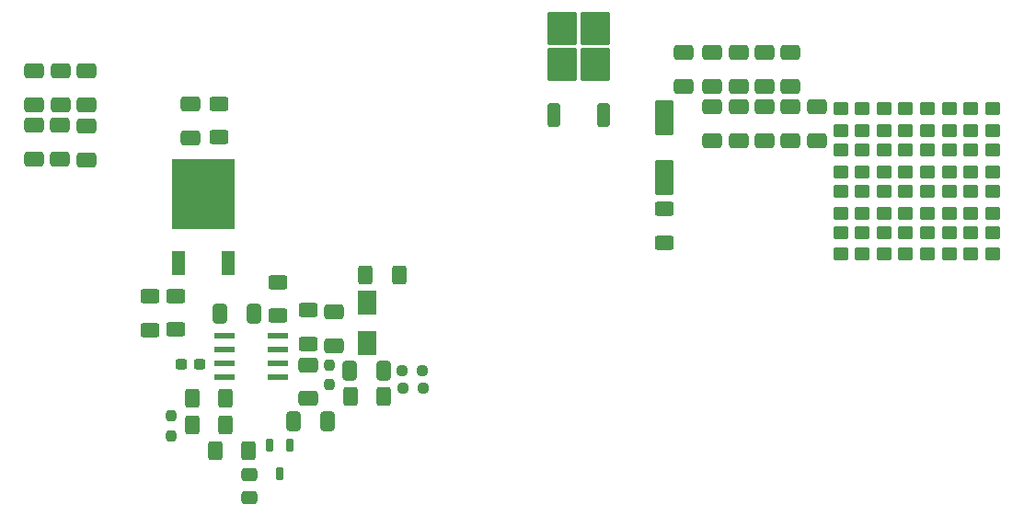
<source format=gtp>
%TF.GenerationSoftware,KiCad,Pcbnew,9.0.5*%
%TF.CreationDate,2025-10-18T17:09:32-07:00*%
%TF.ProjectId,Flyback_CCM_Converter,466c7962-6163-46b5-9f43-434d5f436f6e,rev?*%
%TF.SameCoordinates,Original*%
%TF.FileFunction,Paste,Top*%
%TF.FilePolarity,Positive*%
%FSLAX46Y46*%
G04 Gerber Fmt 4.6, Leading zero omitted, Abs format (unit mm)*
G04 Created by KiCad (PCBNEW 9.0.5) date 2025-10-18 17:09:32*
%MOMM*%
%LPD*%
G01*
G04 APERTURE LIST*
G04 Aperture macros list*
%AMRoundRect*
0 Rectangle with rounded corners*
0 $1 Rounding radius*
0 $2 $3 $4 $5 $6 $7 $8 $9 X,Y pos of 4 corners*
0 Add a 4 corners polygon primitive as box body*
4,1,4,$2,$3,$4,$5,$6,$7,$8,$9,$2,$3,0*
0 Add four circle primitives for the rounded corners*
1,1,$1+$1,$2,$3*
1,1,$1+$1,$4,$5*
1,1,$1+$1,$6,$7*
1,1,$1+$1,$8,$9*
0 Add four rect primitives between the rounded corners*
20,1,$1+$1,$2,$3,$4,$5,0*
20,1,$1+$1,$4,$5,$6,$7,0*
20,1,$1+$1,$6,$7,$8,$9,0*
20,1,$1+$1,$8,$9,$2,$3,0*%
G04 Aperture macros list end*
%ADD10RoundRect,0.162500X-0.162500X0.447500X-0.162500X-0.447500X0.162500X-0.447500X0.162500X0.447500X0*%
%ADD11RoundRect,0.250000X0.625000X-0.400000X0.625000X0.400000X-0.625000X0.400000X-0.625000X-0.400000X0*%
%ADD12RoundRect,0.237500X-0.237500X0.250000X-0.237500X-0.250000X0.237500X-0.250000X0.237500X0.250000X0*%
%ADD13RoundRect,0.250000X0.400000X0.625000X-0.400000X0.625000X-0.400000X-0.625000X0.400000X-0.625000X0*%
%ADD14RoundRect,0.250000X0.650000X-0.412500X0.650000X0.412500X-0.650000X0.412500X-0.650000X-0.412500X0*%
%ADD15R,1.200000X2.200000*%
%ADD16R,5.800000X6.400000*%
%ADD17RoundRect,0.250000X-0.475000X0.337500X-0.475000X-0.337500X0.475000X-0.337500X0.475000X0.337500X0*%
%ADD18RoundRect,0.250000X0.412500X0.650000X-0.412500X0.650000X-0.412500X-0.650000X0.412500X-0.650000X0*%
%ADD19RoundRect,0.237500X-0.250000X-0.237500X0.250000X-0.237500X0.250000X0.237500X-0.250000X0.237500X0*%
%ADD20RoundRect,0.237500X0.237500X-0.250000X0.237500X0.250000X-0.237500X0.250000X-0.237500X-0.250000X0*%
%ADD21RoundRect,0.237500X0.300000X0.237500X-0.300000X0.237500X-0.300000X-0.237500X0.300000X-0.237500X0*%
%ADD22RoundRect,0.250000X-0.412500X-0.650000X0.412500X-0.650000X0.412500X0.650000X-0.412500X0.650000X0*%
%ADD23R,1.981200X0.558800*%
%ADD24RoundRect,0.250000X-0.400000X-0.625000X0.400000X-0.625000X0.400000X0.625000X-0.400000X0.625000X0*%
%ADD25R,1.651000X2.184400*%
%ADD26RoundRect,0.237500X0.250000X0.237500X-0.250000X0.237500X-0.250000X-0.237500X0.250000X-0.237500X0*%
%ADD27RoundRect,0.250000X-0.650000X0.412500X-0.650000X-0.412500X0.650000X-0.412500X0.650000X0.412500X0*%
%ADD28RoundRect,0.250000X-0.450000X0.350000X-0.450000X-0.350000X0.450000X-0.350000X0.450000X0.350000X0*%
%ADD29RoundRect,0.250000X-0.600000X1.400000X-0.600000X-1.400000X0.600000X-1.400000X0.600000X1.400000X0*%
%ADD30RoundRect,0.250000X1.125000X-1.275000X1.125000X1.275000X-1.125000X1.275000X-1.125000X-1.275000X0*%
%ADD31RoundRect,0.250000X0.350000X-0.850000X0.350000X0.850000X-0.350000X0.850000X-0.350000X-0.850000X0*%
%ADD32RoundRect,0.250000X-0.625000X0.400000X-0.625000X-0.400000X0.625000X-0.400000X0.625000X0.400000X0*%
G04 APERTURE END LIST*
D10*
%TO.C,Q2*%
X146150000Y-132890000D03*
X144250000Y-132890000D03*
X145200000Y-135510000D03*
%TD*%
D11*
%TO.C,Rosc1*%
X145000000Y-117850000D03*
X145000000Y-120950000D03*
%TD*%
D12*
%TO.C,Rcomp_2*%
X149800000Y-127300000D03*
X149800000Y-125475000D03*
%TD*%
D13*
%TO.C,Rb1*%
X151700000Y-128400000D03*
X154800000Y-128400000D03*
%TD*%
D11*
%TO.C,R_isense1*%
X147800000Y-120450000D03*
X147800000Y-123550000D03*
%TD*%
D14*
%TO.C,C_isense1*%
X150200000Y-120637500D03*
X150200000Y-123762500D03*
%TD*%
%TO.C,Ccomp_3*%
X147800000Y-125475000D03*
X147800000Y-128600000D03*
%TD*%
D15*
%TO.C,Q1*%
X140480000Y-116100000D03*
D16*
X138200000Y-109800000D03*
D15*
X135920000Y-116100000D03*
%TD*%
D17*
%TO.C,C_ss1*%
X142400000Y-137675000D03*
X142400000Y-135600000D03*
%TD*%
D18*
%TO.C,Cosc1*%
X139675000Y-120800000D03*
X142800000Y-120800000D03*
%TD*%
%TO.C,Ccomp_2*%
X151637500Y-126000000D03*
X154762500Y-126000000D03*
%TD*%
D13*
%TO.C,R_ss1*%
X139237500Y-133400000D03*
X142337500Y-133400000D03*
%TD*%
D19*
%TO.C,Rcomp_1*%
X158400000Y-127600000D03*
X156575000Y-127600000D03*
%TD*%
D20*
%TO.C,Rdiv_3*%
X135237500Y-130175000D03*
X135237500Y-132000000D03*
%TD*%
D13*
%TO.C,Rdiv_1*%
X137137500Y-128600000D03*
X140237500Y-128600000D03*
%TD*%
D21*
%TO.C,C14*%
X136137500Y-125400000D03*
X137862500Y-125400000D03*
%TD*%
D22*
%TO.C,Ccomp_1*%
X149600000Y-130675000D03*
X146475000Y-130675000D03*
%TD*%
D23*
%TO.C,U1*%
X140072400Y-126610000D03*
X140072400Y-125340000D03*
X140072400Y-124070000D03*
X140072400Y-122800000D03*
X145000000Y-122800000D03*
X145000000Y-124070000D03*
X145000000Y-125340000D03*
X145000000Y-126610000D03*
%TD*%
D13*
%TO.C,Rdiv_2*%
X137137500Y-131000000D03*
X140237500Y-131000000D03*
%TD*%
D24*
%TO.C,R_isense2*%
X156200000Y-117200000D03*
X153100000Y-117200000D03*
%TD*%
D25*
%TO.C,CR1*%
X153200000Y-123454200D03*
X153200000Y-119745800D03*
%TD*%
D26*
%TO.C,Rcomp_3*%
X156487500Y-126000000D03*
X158312500Y-126000000D03*
%TD*%
D11*
%TO.C,Rg_1*%
X135625000Y-119150000D03*
X135625000Y-122250000D03*
%TD*%
%TO.C,Rg_2*%
X133225000Y-119200000D03*
X133225000Y-122300000D03*
%TD*%
D14*
%TO.C,Cin_5*%
X127400000Y-98437500D03*
X127400000Y-101562500D03*
%TD*%
%TO.C,Cin_1*%
X122600000Y-98437500D03*
X122600000Y-101562500D03*
%TD*%
D27*
%TO.C,Cin_3*%
X125000000Y-106562500D03*
X125000000Y-103437500D03*
%TD*%
D14*
%TO.C,Cin_4*%
X125037500Y-98437500D03*
X125037500Y-101562500D03*
%TD*%
D27*
%TO.C,C17*%
X127400000Y-106600000D03*
X127400000Y-103475000D03*
%TD*%
D14*
%TO.C,Cout_1*%
X182400000Y-99825000D03*
X182400000Y-96700000D03*
%TD*%
D28*
%TO.C,Rpreload16*%
X202800000Y-113300000D03*
X202800000Y-115300000D03*
%TD*%
%TO.C,Rpreload17*%
X204800000Y-101900000D03*
X204800000Y-103900000D03*
%TD*%
D27*
%TO.C,Cout_9*%
X189800000Y-101737500D03*
X189800000Y-104862500D03*
%TD*%
D28*
%TO.C,Rpreload18*%
X204800000Y-105700000D03*
X204800000Y-107700000D03*
%TD*%
%TO.C,Rpreload9*%
X198800000Y-101900000D03*
X198800000Y-103900000D03*
%TD*%
D14*
%TO.C,Cout_5*%
X192200000Y-99862500D03*
X192200000Y-96737500D03*
%TD*%
D27*
%TO.C,Cout_4*%
X185000000Y-101737500D03*
X185000000Y-104862500D03*
%TD*%
D28*
%TO.C,Rpreload12*%
X198800000Y-113300000D03*
X198800000Y-115300000D03*
%TD*%
D14*
%TO.C,C_snub1*%
X137000000Y-104562500D03*
X137000000Y-101437500D03*
%TD*%
D28*
%TO.C,Rpreload26*%
X208800000Y-105700000D03*
X208800000Y-107700000D03*
%TD*%
D27*
%TO.C,Cout_8*%
X187400000Y-101737500D03*
X187400000Y-104862500D03*
%TD*%
D28*
%TO.C,Rpreload30*%
X210800000Y-105700000D03*
X210800000Y-107700000D03*
%TD*%
%TO.C,Rpreload14*%
X202800000Y-105700000D03*
X202800000Y-107700000D03*
%TD*%
D29*
%TO.C,D4*%
X180600000Y-102750000D03*
X180600000Y-108250000D03*
%TD*%
D27*
%TO.C,Cout_10*%
X192200000Y-101737500D03*
X192200000Y-104862500D03*
%TD*%
D28*
%TO.C,Rpreload24*%
X206800000Y-113300000D03*
X206800000Y-115300000D03*
%TD*%
%TO.C,Rpreload31*%
X210800000Y-109500000D03*
X210800000Y-111500000D03*
%TD*%
%TO.C,Rpreload19*%
X204800000Y-109500000D03*
X204800000Y-111500000D03*
%TD*%
%TO.C,Rpreload10*%
X198800000Y-105700000D03*
X198800000Y-107700000D03*
%TD*%
%TO.C,Rpreload32*%
X210800000Y-113300000D03*
X210800000Y-115300000D03*
%TD*%
D27*
%TO.C,Cout_2*%
X194600000Y-101737500D03*
X194600000Y-104862500D03*
%TD*%
D30*
%TO.C,R8*%
X171150000Y-97850000D03*
X174200000Y-97850000D03*
X171150000Y-94500000D03*
X174200000Y-94500000D03*
D31*
X170395000Y-102475000D03*
X174955000Y-102475000D03*
%TD*%
D14*
%TO.C,Cout_7*%
X187400000Y-99862500D03*
X187400000Y-96737500D03*
%TD*%
D28*
%TO.C,Rpreload6*%
X200800000Y-105700000D03*
X200800000Y-107700000D03*
%TD*%
%TO.C,Rpreload11*%
X198800000Y-109500000D03*
X198800000Y-111500000D03*
%TD*%
%TO.C,Rpreload1*%
X196800000Y-101900000D03*
X196800000Y-103900000D03*
%TD*%
%TO.C,Rpreload8*%
X200800000Y-113300000D03*
X200800000Y-115300000D03*
%TD*%
%TO.C,Rpreload21*%
X206800000Y-101900000D03*
X206800000Y-103900000D03*
%TD*%
D14*
%TO.C,Cout_6*%
X189800000Y-99862500D03*
X189800000Y-96737500D03*
%TD*%
D32*
%TO.C,R_snub1*%
X139600000Y-101450000D03*
X139600000Y-104550000D03*
%TD*%
D14*
%TO.C,Cout_3*%
X185000000Y-99862500D03*
X185000000Y-96737500D03*
%TD*%
D28*
%TO.C,Rpreload13*%
X202800000Y-101900000D03*
X202800000Y-103900000D03*
%TD*%
%TO.C,Rpreload20*%
X204800000Y-113300000D03*
X204800000Y-115300000D03*
%TD*%
%TO.C,Rpreload15*%
X202800000Y-109500000D03*
X202800000Y-111500000D03*
%TD*%
%TO.C,Rpreload4*%
X196800000Y-113300000D03*
X196800000Y-115300000D03*
%TD*%
%TO.C,Rpreload27*%
X208800000Y-109500000D03*
X208800000Y-111500000D03*
%TD*%
%TO.C,Rpreload5*%
X200800000Y-101900000D03*
X200800000Y-103900000D03*
%TD*%
%TO.C,Rpreload25*%
X208800000Y-101900000D03*
X208800000Y-103900000D03*
%TD*%
%TO.C,Rpreload3*%
X196800000Y-109500000D03*
X196800000Y-111500000D03*
%TD*%
%TO.C,Rpreload28*%
X208800000Y-113300000D03*
X208800000Y-115300000D03*
%TD*%
%TO.C,Rpreload2*%
X196800000Y-105700000D03*
X196800000Y-107700000D03*
%TD*%
D11*
%TO.C,R11*%
X180600000Y-114250000D03*
X180600000Y-111150000D03*
%TD*%
D28*
%TO.C,Rpreload23*%
X206800000Y-109500000D03*
X206800000Y-111500000D03*
%TD*%
%TO.C,Rpreload7*%
X200800000Y-109500000D03*
X200800000Y-111500000D03*
%TD*%
%TO.C,Rpreload29*%
X210800000Y-101900000D03*
X210800000Y-103900000D03*
%TD*%
%TO.C,Rpreload22*%
X206800000Y-105700000D03*
X206800000Y-107700000D03*
%TD*%
D27*
%TO.C,Cin_2*%
X122600000Y-106525000D03*
X122600000Y-103400000D03*
%TD*%
M02*

</source>
